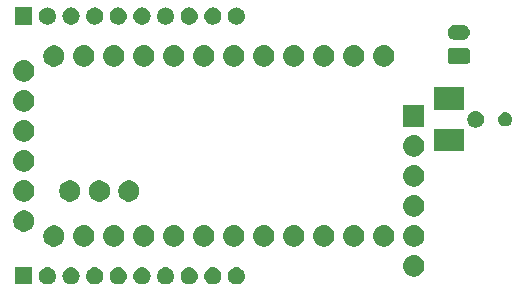
<source format=gbs>
G04 #@! TF.GenerationSoftware,KiCad,Pcbnew,(5.1.2)-1*
G04 #@! TF.CreationDate,2019-08-30T21:10:08+09:00*
G04 #@! TF.ProjectId,wii_controller,7769695f-636f-46e7-9472-6f6c6c65722e,rev?*
G04 #@! TF.SameCoordinates,PXdf378e0PY8bfaf60*
G04 #@! TF.FileFunction,Soldermask,Bot*
G04 #@! TF.FilePolarity,Negative*
%FSLAX46Y46*%
G04 Gerber Fmt 4.6, Leading zero omitted, Abs format (unit mm)*
G04 Created by KiCad (PCBNEW (5.1.2)-1) date 2019-08-30 21:10:08*
%MOMM*%
%LPD*%
G04 APERTURE LIST*
%ADD10C,0.100000*%
G04 APERTURE END LIST*
D10*
G36*
X18073295Y-10275421D02*
G01*
X18144403Y-10282424D01*
X18281254Y-10323938D01*
X18281257Y-10323939D01*
X18407376Y-10391351D01*
X18517925Y-10482076D01*
X18608650Y-10592625D01*
X18676062Y-10718744D01*
X18676063Y-10718747D01*
X18717577Y-10855598D01*
X18731594Y-10997919D01*
X18717577Y-11140240D01*
X18676063Y-11277091D01*
X18676062Y-11277094D01*
X18608650Y-11403213D01*
X18517925Y-11513762D01*
X18407376Y-11604487D01*
X18281257Y-11671899D01*
X18281254Y-11671900D01*
X18144403Y-11713414D01*
X18073295Y-11720417D01*
X18037742Y-11723919D01*
X17966422Y-11723919D01*
X17930869Y-11720417D01*
X17859761Y-11713414D01*
X17722910Y-11671900D01*
X17722907Y-11671899D01*
X17596788Y-11604487D01*
X17486239Y-11513762D01*
X17395514Y-11403213D01*
X17328102Y-11277094D01*
X17328101Y-11277091D01*
X17286587Y-11140240D01*
X17272570Y-10997919D01*
X17286587Y-10855598D01*
X17328101Y-10718747D01*
X17328102Y-10718744D01*
X17395514Y-10592625D01*
X17486239Y-10482076D01*
X17596788Y-10391351D01*
X17722907Y-10323939D01*
X17722910Y-10323938D01*
X17859761Y-10282424D01*
X17930869Y-10275421D01*
X17966422Y-10271919D01*
X18037742Y-10271919D01*
X18073295Y-10275421D01*
X18073295Y-10275421D01*
G37*
G36*
X728082Y-11723919D02*
G01*
X-723918Y-11723919D01*
X-723918Y-10271919D01*
X728082Y-10271919D01*
X728082Y-11723919D01*
X728082Y-11723919D01*
G37*
G36*
X2073295Y-10275421D02*
G01*
X2144403Y-10282424D01*
X2281254Y-10323938D01*
X2281257Y-10323939D01*
X2407376Y-10391351D01*
X2517925Y-10482076D01*
X2608650Y-10592625D01*
X2676062Y-10718744D01*
X2676063Y-10718747D01*
X2717577Y-10855598D01*
X2731594Y-10997919D01*
X2717577Y-11140240D01*
X2676063Y-11277091D01*
X2676062Y-11277094D01*
X2608650Y-11403213D01*
X2517925Y-11513762D01*
X2407376Y-11604487D01*
X2281257Y-11671899D01*
X2281254Y-11671900D01*
X2144403Y-11713414D01*
X2073295Y-11720417D01*
X2037742Y-11723919D01*
X1966422Y-11723919D01*
X1930869Y-11720417D01*
X1859761Y-11713414D01*
X1722910Y-11671900D01*
X1722907Y-11671899D01*
X1596788Y-11604487D01*
X1486239Y-11513762D01*
X1395514Y-11403213D01*
X1328102Y-11277094D01*
X1328101Y-11277091D01*
X1286587Y-11140240D01*
X1272570Y-10997919D01*
X1286587Y-10855598D01*
X1328101Y-10718747D01*
X1328102Y-10718744D01*
X1395514Y-10592625D01*
X1486239Y-10482076D01*
X1596788Y-10391351D01*
X1722907Y-10323939D01*
X1722910Y-10323938D01*
X1859761Y-10282424D01*
X1930869Y-10275421D01*
X1966422Y-10271919D01*
X2037742Y-10271919D01*
X2073295Y-10275421D01*
X2073295Y-10275421D01*
G37*
G36*
X4073295Y-10275421D02*
G01*
X4144403Y-10282424D01*
X4281254Y-10323938D01*
X4281257Y-10323939D01*
X4407376Y-10391351D01*
X4517925Y-10482076D01*
X4608650Y-10592625D01*
X4676062Y-10718744D01*
X4676063Y-10718747D01*
X4717577Y-10855598D01*
X4731594Y-10997919D01*
X4717577Y-11140240D01*
X4676063Y-11277091D01*
X4676062Y-11277094D01*
X4608650Y-11403213D01*
X4517925Y-11513762D01*
X4407376Y-11604487D01*
X4281257Y-11671899D01*
X4281254Y-11671900D01*
X4144403Y-11713414D01*
X4073295Y-11720417D01*
X4037742Y-11723919D01*
X3966422Y-11723919D01*
X3930869Y-11720417D01*
X3859761Y-11713414D01*
X3722910Y-11671900D01*
X3722907Y-11671899D01*
X3596788Y-11604487D01*
X3486239Y-11513762D01*
X3395514Y-11403213D01*
X3328102Y-11277094D01*
X3328101Y-11277091D01*
X3286587Y-11140240D01*
X3272570Y-10997919D01*
X3286587Y-10855598D01*
X3328101Y-10718747D01*
X3328102Y-10718744D01*
X3395514Y-10592625D01*
X3486239Y-10482076D01*
X3596788Y-10391351D01*
X3722907Y-10323939D01*
X3722910Y-10323938D01*
X3859761Y-10282424D01*
X3930869Y-10275421D01*
X3966422Y-10271919D01*
X4037742Y-10271919D01*
X4073295Y-10275421D01*
X4073295Y-10275421D01*
G37*
G36*
X6073295Y-10275421D02*
G01*
X6144403Y-10282424D01*
X6281254Y-10323938D01*
X6281257Y-10323939D01*
X6407376Y-10391351D01*
X6517925Y-10482076D01*
X6608650Y-10592625D01*
X6676062Y-10718744D01*
X6676063Y-10718747D01*
X6717577Y-10855598D01*
X6731594Y-10997919D01*
X6717577Y-11140240D01*
X6676063Y-11277091D01*
X6676062Y-11277094D01*
X6608650Y-11403213D01*
X6517925Y-11513762D01*
X6407376Y-11604487D01*
X6281257Y-11671899D01*
X6281254Y-11671900D01*
X6144403Y-11713414D01*
X6073295Y-11720417D01*
X6037742Y-11723919D01*
X5966422Y-11723919D01*
X5930869Y-11720417D01*
X5859761Y-11713414D01*
X5722910Y-11671900D01*
X5722907Y-11671899D01*
X5596788Y-11604487D01*
X5486239Y-11513762D01*
X5395514Y-11403213D01*
X5328102Y-11277094D01*
X5328101Y-11277091D01*
X5286587Y-11140240D01*
X5272570Y-10997919D01*
X5286587Y-10855598D01*
X5328101Y-10718747D01*
X5328102Y-10718744D01*
X5395514Y-10592625D01*
X5486239Y-10482076D01*
X5596788Y-10391351D01*
X5722907Y-10323939D01*
X5722910Y-10323938D01*
X5859761Y-10282424D01*
X5930869Y-10275421D01*
X5966422Y-10271919D01*
X6037742Y-10271919D01*
X6073295Y-10275421D01*
X6073295Y-10275421D01*
G37*
G36*
X8073295Y-10275421D02*
G01*
X8144403Y-10282424D01*
X8281254Y-10323938D01*
X8281257Y-10323939D01*
X8407376Y-10391351D01*
X8517925Y-10482076D01*
X8608650Y-10592625D01*
X8676062Y-10718744D01*
X8676063Y-10718747D01*
X8717577Y-10855598D01*
X8731594Y-10997919D01*
X8717577Y-11140240D01*
X8676063Y-11277091D01*
X8676062Y-11277094D01*
X8608650Y-11403213D01*
X8517925Y-11513762D01*
X8407376Y-11604487D01*
X8281257Y-11671899D01*
X8281254Y-11671900D01*
X8144403Y-11713414D01*
X8073295Y-11720417D01*
X8037742Y-11723919D01*
X7966422Y-11723919D01*
X7930869Y-11720417D01*
X7859761Y-11713414D01*
X7722910Y-11671900D01*
X7722907Y-11671899D01*
X7596788Y-11604487D01*
X7486239Y-11513762D01*
X7395514Y-11403213D01*
X7328102Y-11277094D01*
X7328101Y-11277091D01*
X7286587Y-11140240D01*
X7272570Y-10997919D01*
X7286587Y-10855598D01*
X7328101Y-10718747D01*
X7328102Y-10718744D01*
X7395514Y-10592625D01*
X7486239Y-10482076D01*
X7596788Y-10391351D01*
X7722907Y-10323939D01*
X7722910Y-10323938D01*
X7859761Y-10282424D01*
X7930869Y-10275421D01*
X7966422Y-10271919D01*
X8037742Y-10271919D01*
X8073295Y-10275421D01*
X8073295Y-10275421D01*
G37*
G36*
X12073295Y-10275421D02*
G01*
X12144403Y-10282424D01*
X12281254Y-10323938D01*
X12281257Y-10323939D01*
X12407376Y-10391351D01*
X12517925Y-10482076D01*
X12608650Y-10592625D01*
X12676062Y-10718744D01*
X12676063Y-10718747D01*
X12717577Y-10855598D01*
X12731594Y-10997919D01*
X12717577Y-11140240D01*
X12676063Y-11277091D01*
X12676062Y-11277094D01*
X12608650Y-11403213D01*
X12517925Y-11513762D01*
X12407376Y-11604487D01*
X12281257Y-11671899D01*
X12281254Y-11671900D01*
X12144403Y-11713414D01*
X12073295Y-11720417D01*
X12037742Y-11723919D01*
X11966422Y-11723919D01*
X11930869Y-11720417D01*
X11859761Y-11713414D01*
X11722910Y-11671900D01*
X11722907Y-11671899D01*
X11596788Y-11604487D01*
X11486239Y-11513762D01*
X11395514Y-11403213D01*
X11328102Y-11277094D01*
X11328101Y-11277091D01*
X11286587Y-11140240D01*
X11272570Y-10997919D01*
X11286587Y-10855598D01*
X11328101Y-10718747D01*
X11328102Y-10718744D01*
X11395514Y-10592625D01*
X11486239Y-10482076D01*
X11596788Y-10391351D01*
X11722907Y-10323939D01*
X11722910Y-10323938D01*
X11859761Y-10282424D01*
X11930869Y-10275421D01*
X11966422Y-10271919D01*
X12037742Y-10271919D01*
X12073295Y-10275421D01*
X12073295Y-10275421D01*
G37*
G36*
X14073295Y-10275421D02*
G01*
X14144403Y-10282424D01*
X14281254Y-10323938D01*
X14281257Y-10323939D01*
X14407376Y-10391351D01*
X14517925Y-10482076D01*
X14608650Y-10592625D01*
X14676062Y-10718744D01*
X14676063Y-10718747D01*
X14717577Y-10855598D01*
X14731594Y-10997919D01*
X14717577Y-11140240D01*
X14676063Y-11277091D01*
X14676062Y-11277094D01*
X14608650Y-11403213D01*
X14517925Y-11513762D01*
X14407376Y-11604487D01*
X14281257Y-11671899D01*
X14281254Y-11671900D01*
X14144403Y-11713414D01*
X14073295Y-11720417D01*
X14037742Y-11723919D01*
X13966422Y-11723919D01*
X13930869Y-11720417D01*
X13859761Y-11713414D01*
X13722910Y-11671900D01*
X13722907Y-11671899D01*
X13596788Y-11604487D01*
X13486239Y-11513762D01*
X13395514Y-11403213D01*
X13328102Y-11277094D01*
X13328101Y-11277091D01*
X13286587Y-11140240D01*
X13272570Y-10997919D01*
X13286587Y-10855598D01*
X13328101Y-10718747D01*
X13328102Y-10718744D01*
X13395514Y-10592625D01*
X13486239Y-10482076D01*
X13596788Y-10391351D01*
X13722907Y-10323939D01*
X13722910Y-10323938D01*
X13859761Y-10282424D01*
X13930869Y-10275421D01*
X13966422Y-10271919D01*
X14037742Y-10271919D01*
X14073295Y-10275421D01*
X14073295Y-10275421D01*
G37*
G36*
X16073295Y-10275421D02*
G01*
X16144403Y-10282424D01*
X16281254Y-10323938D01*
X16281257Y-10323939D01*
X16407376Y-10391351D01*
X16517925Y-10482076D01*
X16608650Y-10592625D01*
X16676062Y-10718744D01*
X16676063Y-10718747D01*
X16717577Y-10855598D01*
X16731594Y-10997919D01*
X16717577Y-11140240D01*
X16676063Y-11277091D01*
X16676062Y-11277094D01*
X16608650Y-11403213D01*
X16517925Y-11513762D01*
X16407376Y-11604487D01*
X16281257Y-11671899D01*
X16281254Y-11671900D01*
X16144403Y-11713414D01*
X16073295Y-11720417D01*
X16037742Y-11723919D01*
X15966422Y-11723919D01*
X15930869Y-11720417D01*
X15859761Y-11713414D01*
X15722910Y-11671900D01*
X15722907Y-11671899D01*
X15596788Y-11604487D01*
X15486239Y-11513762D01*
X15395514Y-11403213D01*
X15328102Y-11277094D01*
X15328101Y-11277091D01*
X15286587Y-11140240D01*
X15272570Y-10997919D01*
X15286587Y-10855598D01*
X15328101Y-10718747D01*
X15328102Y-10718744D01*
X15395514Y-10592625D01*
X15486239Y-10482076D01*
X15596788Y-10391351D01*
X15722907Y-10323939D01*
X15722910Y-10323938D01*
X15859761Y-10282424D01*
X15930869Y-10275421D01*
X15966422Y-10271919D01*
X16037742Y-10271919D01*
X16073295Y-10275421D01*
X16073295Y-10275421D01*
G37*
G36*
X10073295Y-10275421D02*
G01*
X10144403Y-10282424D01*
X10281254Y-10323938D01*
X10281257Y-10323939D01*
X10407376Y-10391351D01*
X10517925Y-10482076D01*
X10608650Y-10592625D01*
X10676062Y-10718744D01*
X10676063Y-10718747D01*
X10717577Y-10855598D01*
X10731594Y-10997919D01*
X10717577Y-11140240D01*
X10676063Y-11277091D01*
X10676062Y-11277094D01*
X10608650Y-11403213D01*
X10517925Y-11513762D01*
X10407376Y-11604487D01*
X10281257Y-11671899D01*
X10281254Y-11671900D01*
X10144403Y-11713414D01*
X10073295Y-11720417D01*
X10037742Y-11723919D01*
X9966422Y-11723919D01*
X9930869Y-11720417D01*
X9859761Y-11713414D01*
X9722910Y-11671900D01*
X9722907Y-11671899D01*
X9596788Y-11604487D01*
X9486239Y-11513762D01*
X9395514Y-11403213D01*
X9328102Y-11277094D01*
X9328101Y-11277091D01*
X9286587Y-11140240D01*
X9272570Y-10997919D01*
X9286587Y-10855598D01*
X9328101Y-10718747D01*
X9328102Y-10718744D01*
X9395514Y-10592625D01*
X9486239Y-10482076D01*
X9596788Y-10391351D01*
X9722907Y-10323939D01*
X9722910Y-10323938D01*
X9859761Y-10282424D01*
X9930869Y-10275421D01*
X9966422Y-10271919D01*
X10037742Y-10271919D01*
X10073295Y-10275421D01*
X10073295Y-10275421D01*
G37*
G36*
X33132524Y-9263436D02*
G01*
X33198709Y-9269955D01*
X33368548Y-9321475D01*
X33525073Y-9405140D01*
X33560811Y-9434470D01*
X33662268Y-9517732D01*
X33745530Y-9619189D01*
X33774860Y-9654927D01*
X33858525Y-9811452D01*
X33910045Y-9981291D01*
X33927441Y-10157918D01*
X33910045Y-10334545D01*
X33858525Y-10504384D01*
X33774860Y-10660909D01*
X33745530Y-10696647D01*
X33662268Y-10798104D01*
X33560811Y-10881366D01*
X33525073Y-10910696D01*
X33368548Y-10994361D01*
X33198709Y-11045881D01*
X33132525Y-11052399D01*
X33066342Y-11058918D01*
X32977822Y-11058918D01*
X32911639Y-11052399D01*
X32845455Y-11045881D01*
X32675616Y-10994361D01*
X32519091Y-10910696D01*
X32483353Y-10881366D01*
X32381896Y-10798104D01*
X32298634Y-10696647D01*
X32269304Y-10660909D01*
X32185639Y-10504384D01*
X32134119Y-10334545D01*
X32116723Y-10157918D01*
X32134119Y-9981291D01*
X32185639Y-9811452D01*
X32269304Y-9654927D01*
X32298634Y-9619189D01*
X32381896Y-9517732D01*
X32483353Y-9434470D01*
X32519091Y-9405140D01*
X32675616Y-9321475D01*
X32845455Y-9269955D01*
X32911640Y-9263436D01*
X32977822Y-9256918D01*
X33066342Y-9256918D01*
X33132524Y-9263436D01*
X33132524Y-9263436D01*
G37*
G36*
X22972524Y-6723438D02*
G01*
X23038708Y-6729956D01*
X23208547Y-6781476D01*
X23365072Y-6865141D01*
X23400810Y-6894471D01*
X23502267Y-6977733D01*
X23585529Y-7079190D01*
X23614859Y-7114928D01*
X23698524Y-7271453D01*
X23750044Y-7441292D01*
X23767440Y-7617919D01*
X23750044Y-7794546D01*
X23698524Y-7964385D01*
X23614859Y-8120910D01*
X23585529Y-8156648D01*
X23502267Y-8258105D01*
X23429561Y-8317772D01*
X23365072Y-8370697D01*
X23208547Y-8454362D01*
X23038708Y-8505882D01*
X22972523Y-8512401D01*
X22906341Y-8518919D01*
X22817821Y-8518919D01*
X22751639Y-8512401D01*
X22685454Y-8505882D01*
X22515615Y-8454362D01*
X22359090Y-8370697D01*
X22294601Y-8317772D01*
X22221895Y-8258105D01*
X22138633Y-8156648D01*
X22109303Y-8120910D01*
X22025638Y-7964385D01*
X21974118Y-7794546D01*
X21956722Y-7617919D01*
X21974118Y-7441292D01*
X22025638Y-7271453D01*
X22109303Y-7114928D01*
X22138633Y-7079190D01*
X22221895Y-6977733D01*
X22323352Y-6894471D01*
X22359090Y-6865141D01*
X22515615Y-6781476D01*
X22685454Y-6729956D01*
X22751638Y-6723438D01*
X22817821Y-6716919D01*
X22906341Y-6716919D01*
X22972524Y-6723438D01*
X22972524Y-6723438D01*
G37*
G36*
X30592524Y-6723438D02*
G01*
X30658708Y-6729956D01*
X30828547Y-6781476D01*
X30985072Y-6865141D01*
X31020810Y-6894471D01*
X31122267Y-6977733D01*
X31205529Y-7079190D01*
X31234859Y-7114928D01*
X31318524Y-7271453D01*
X31370044Y-7441292D01*
X31387440Y-7617919D01*
X31370044Y-7794546D01*
X31318524Y-7964385D01*
X31234859Y-8120910D01*
X31205529Y-8156648D01*
X31122267Y-8258105D01*
X31049561Y-8317772D01*
X30985072Y-8370697D01*
X30828547Y-8454362D01*
X30658708Y-8505882D01*
X30592523Y-8512401D01*
X30526341Y-8518919D01*
X30437821Y-8518919D01*
X30371639Y-8512401D01*
X30305454Y-8505882D01*
X30135615Y-8454362D01*
X29979090Y-8370697D01*
X29914601Y-8317772D01*
X29841895Y-8258105D01*
X29758633Y-8156648D01*
X29729303Y-8120910D01*
X29645638Y-7964385D01*
X29594118Y-7794546D01*
X29576722Y-7617919D01*
X29594118Y-7441292D01*
X29645638Y-7271453D01*
X29729303Y-7114928D01*
X29758633Y-7079190D01*
X29841895Y-6977733D01*
X29943352Y-6894471D01*
X29979090Y-6865141D01*
X30135615Y-6781476D01*
X30305454Y-6729956D01*
X30371638Y-6723438D01*
X30437821Y-6716919D01*
X30526341Y-6716919D01*
X30592524Y-6723438D01*
X30592524Y-6723438D01*
G37*
G36*
X28052524Y-6723438D02*
G01*
X28118708Y-6729956D01*
X28288547Y-6781476D01*
X28445072Y-6865141D01*
X28480810Y-6894471D01*
X28582267Y-6977733D01*
X28665529Y-7079190D01*
X28694859Y-7114928D01*
X28778524Y-7271453D01*
X28830044Y-7441292D01*
X28847440Y-7617919D01*
X28830044Y-7794546D01*
X28778524Y-7964385D01*
X28694859Y-8120910D01*
X28665529Y-8156648D01*
X28582267Y-8258105D01*
X28509561Y-8317772D01*
X28445072Y-8370697D01*
X28288547Y-8454362D01*
X28118708Y-8505882D01*
X28052523Y-8512401D01*
X27986341Y-8518919D01*
X27897821Y-8518919D01*
X27831639Y-8512401D01*
X27765454Y-8505882D01*
X27595615Y-8454362D01*
X27439090Y-8370697D01*
X27374601Y-8317772D01*
X27301895Y-8258105D01*
X27218633Y-8156648D01*
X27189303Y-8120910D01*
X27105638Y-7964385D01*
X27054118Y-7794546D01*
X27036722Y-7617919D01*
X27054118Y-7441292D01*
X27105638Y-7271453D01*
X27189303Y-7114928D01*
X27218633Y-7079190D01*
X27301895Y-6977733D01*
X27403352Y-6894471D01*
X27439090Y-6865141D01*
X27595615Y-6781476D01*
X27765454Y-6729956D01*
X27831638Y-6723438D01*
X27897821Y-6716919D01*
X27986341Y-6716919D01*
X28052524Y-6723438D01*
X28052524Y-6723438D01*
G37*
G36*
X25512524Y-6723438D02*
G01*
X25578708Y-6729956D01*
X25748547Y-6781476D01*
X25905072Y-6865141D01*
X25940810Y-6894471D01*
X26042267Y-6977733D01*
X26125529Y-7079190D01*
X26154859Y-7114928D01*
X26238524Y-7271453D01*
X26290044Y-7441292D01*
X26307440Y-7617919D01*
X26290044Y-7794546D01*
X26238524Y-7964385D01*
X26154859Y-8120910D01*
X26125529Y-8156648D01*
X26042267Y-8258105D01*
X25969561Y-8317772D01*
X25905072Y-8370697D01*
X25748547Y-8454362D01*
X25578708Y-8505882D01*
X25512523Y-8512401D01*
X25446341Y-8518919D01*
X25357821Y-8518919D01*
X25291639Y-8512401D01*
X25225454Y-8505882D01*
X25055615Y-8454362D01*
X24899090Y-8370697D01*
X24834601Y-8317772D01*
X24761895Y-8258105D01*
X24678633Y-8156648D01*
X24649303Y-8120910D01*
X24565638Y-7964385D01*
X24514118Y-7794546D01*
X24496722Y-7617919D01*
X24514118Y-7441292D01*
X24565638Y-7271453D01*
X24649303Y-7114928D01*
X24678633Y-7079190D01*
X24761895Y-6977733D01*
X24863352Y-6894471D01*
X24899090Y-6865141D01*
X25055615Y-6781476D01*
X25225454Y-6729956D01*
X25291638Y-6723438D01*
X25357821Y-6716919D01*
X25446341Y-6716919D01*
X25512524Y-6723438D01*
X25512524Y-6723438D01*
G37*
G36*
X20432524Y-6723438D02*
G01*
X20498708Y-6729956D01*
X20668547Y-6781476D01*
X20825072Y-6865141D01*
X20860810Y-6894471D01*
X20962267Y-6977733D01*
X21045529Y-7079190D01*
X21074859Y-7114928D01*
X21158524Y-7271453D01*
X21210044Y-7441292D01*
X21227440Y-7617919D01*
X21210044Y-7794546D01*
X21158524Y-7964385D01*
X21074859Y-8120910D01*
X21045529Y-8156648D01*
X20962267Y-8258105D01*
X20889561Y-8317772D01*
X20825072Y-8370697D01*
X20668547Y-8454362D01*
X20498708Y-8505882D01*
X20432523Y-8512401D01*
X20366341Y-8518919D01*
X20277821Y-8518919D01*
X20211639Y-8512401D01*
X20145454Y-8505882D01*
X19975615Y-8454362D01*
X19819090Y-8370697D01*
X19754601Y-8317772D01*
X19681895Y-8258105D01*
X19598633Y-8156648D01*
X19569303Y-8120910D01*
X19485638Y-7964385D01*
X19434118Y-7794546D01*
X19416722Y-7617919D01*
X19434118Y-7441292D01*
X19485638Y-7271453D01*
X19569303Y-7114928D01*
X19598633Y-7079190D01*
X19681895Y-6977733D01*
X19783352Y-6894471D01*
X19819090Y-6865141D01*
X19975615Y-6781476D01*
X20145454Y-6729956D01*
X20211638Y-6723438D01*
X20277821Y-6716919D01*
X20366341Y-6716919D01*
X20432524Y-6723438D01*
X20432524Y-6723438D01*
G37*
G36*
X17892524Y-6723438D02*
G01*
X17958708Y-6729956D01*
X18128547Y-6781476D01*
X18285072Y-6865141D01*
X18320810Y-6894471D01*
X18422267Y-6977733D01*
X18505529Y-7079190D01*
X18534859Y-7114928D01*
X18618524Y-7271453D01*
X18670044Y-7441292D01*
X18687440Y-7617919D01*
X18670044Y-7794546D01*
X18618524Y-7964385D01*
X18534859Y-8120910D01*
X18505529Y-8156648D01*
X18422267Y-8258105D01*
X18349561Y-8317772D01*
X18285072Y-8370697D01*
X18128547Y-8454362D01*
X17958708Y-8505882D01*
X17892523Y-8512401D01*
X17826341Y-8518919D01*
X17737821Y-8518919D01*
X17671639Y-8512401D01*
X17605454Y-8505882D01*
X17435615Y-8454362D01*
X17279090Y-8370697D01*
X17214601Y-8317772D01*
X17141895Y-8258105D01*
X17058633Y-8156648D01*
X17029303Y-8120910D01*
X16945638Y-7964385D01*
X16894118Y-7794546D01*
X16876722Y-7617919D01*
X16894118Y-7441292D01*
X16945638Y-7271453D01*
X17029303Y-7114928D01*
X17058633Y-7079190D01*
X17141895Y-6977733D01*
X17243352Y-6894471D01*
X17279090Y-6865141D01*
X17435615Y-6781476D01*
X17605454Y-6729956D01*
X17671638Y-6723438D01*
X17737821Y-6716919D01*
X17826341Y-6716919D01*
X17892524Y-6723438D01*
X17892524Y-6723438D01*
G37*
G36*
X15352524Y-6723438D02*
G01*
X15418708Y-6729956D01*
X15588547Y-6781476D01*
X15745072Y-6865141D01*
X15780810Y-6894471D01*
X15882267Y-6977733D01*
X15965529Y-7079190D01*
X15994859Y-7114928D01*
X16078524Y-7271453D01*
X16130044Y-7441292D01*
X16147440Y-7617919D01*
X16130044Y-7794546D01*
X16078524Y-7964385D01*
X15994859Y-8120910D01*
X15965529Y-8156648D01*
X15882267Y-8258105D01*
X15809561Y-8317772D01*
X15745072Y-8370697D01*
X15588547Y-8454362D01*
X15418708Y-8505882D01*
X15352523Y-8512401D01*
X15286341Y-8518919D01*
X15197821Y-8518919D01*
X15131639Y-8512401D01*
X15065454Y-8505882D01*
X14895615Y-8454362D01*
X14739090Y-8370697D01*
X14674601Y-8317772D01*
X14601895Y-8258105D01*
X14518633Y-8156648D01*
X14489303Y-8120910D01*
X14405638Y-7964385D01*
X14354118Y-7794546D01*
X14336722Y-7617919D01*
X14354118Y-7441292D01*
X14405638Y-7271453D01*
X14489303Y-7114928D01*
X14518633Y-7079190D01*
X14601895Y-6977733D01*
X14703352Y-6894471D01*
X14739090Y-6865141D01*
X14895615Y-6781476D01*
X15065454Y-6729956D01*
X15131638Y-6723438D01*
X15197821Y-6716919D01*
X15286341Y-6716919D01*
X15352524Y-6723438D01*
X15352524Y-6723438D01*
G37*
G36*
X12812524Y-6723438D02*
G01*
X12878708Y-6729956D01*
X13048547Y-6781476D01*
X13205072Y-6865141D01*
X13240810Y-6894471D01*
X13342267Y-6977733D01*
X13425529Y-7079190D01*
X13454859Y-7114928D01*
X13538524Y-7271453D01*
X13590044Y-7441292D01*
X13607440Y-7617919D01*
X13590044Y-7794546D01*
X13538524Y-7964385D01*
X13454859Y-8120910D01*
X13425529Y-8156648D01*
X13342267Y-8258105D01*
X13269561Y-8317772D01*
X13205072Y-8370697D01*
X13048547Y-8454362D01*
X12878708Y-8505882D01*
X12812523Y-8512401D01*
X12746341Y-8518919D01*
X12657821Y-8518919D01*
X12591639Y-8512401D01*
X12525454Y-8505882D01*
X12355615Y-8454362D01*
X12199090Y-8370697D01*
X12134601Y-8317772D01*
X12061895Y-8258105D01*
X11978633Y-8156648D01*
X11949303Y-8120910D01*
X11865638Y-7964385D01*
X11814118Y-7794546D01*
X11796722Y-7617919D01*
X11814118Y-7441292D01*
X11865638Y-7271453D01*
X11949303Y-7114928D01*
X11978633Y-7079190D01*
X12061895Y-6977733D01*
X12163352Y-6894471D01*
X12199090Y-6865141D01*
X12355615Y-6781476D01*
X12525454Y-6729956D01*
X12591638Y-6723438D01*
X12657821Y-6716919D01*
X12746341Y-6716919D01*
X12812524Y-6723438D01*
X12812524Y-6723438D01*
G37*
G36*
X10272524Y-6723438D02*
G01*
X10338708Y-6729956D01*
X10508547Y-6781476D01*
X10665072Y-6865141D01*
X10700810Y-6894471D01*
X10802267Y-6977733D01*
X10885529Y-7079190D01*
X10914859Y-7114928D01*
X10998524Y-7271453D01*
X11050044Y-7441292D01*
X11067440Y-7617919D01*
X11050044Y-7794546D01*
X10998524Y-7964385D01*
X10914859Y-8120910D01*
X10885529Y-8156648D01*
X10802267Y-8258105D01*
X10729561Y-8317772D01*
X10665072Y-8370697D01*
X10508547Y-8454362D01*
X10338708Y-8505882D01*
X10272523Y-8512401D01*
X10206341Y-8518919D01*
X10117821Y-8518919D01*
X10051639Y-8512401D01*
X9985454Y-8505882D01*
X9815615Y-8454362D01*
X9659090Y-8370697D01*
X9594601Y-8317772D01*
X9521895Y-8258105D01*
X9438633Y-8156648D01*
X9409303Y-8120910D01*
X9325638Y-7964385D01*
X9274118Y-7794546D01*
X9256722Y-7617919D01*
X9274118Y-7441292D01*
X9325638Y-7271453D01*
X9409303Y-7114928D01*
X9438633Y-7079190D01*
X9521895Y-6977733D01*
X9623352Y-6894471D01*
X9659090Y-6865141D01*
X9815615Y-6781476D01*
X9985454Y-6729956D01*
X10051638Y-6723438D01*
X10117821Y-6716919D01*
X10206341Y-6716919D01*
X10272524Y-6723438D01*
X10272524Y-6723438D01*
G37*
G36*
X7732524Y-6723438D02*
G01*
X7798708Y-6729956D01*
X7968547Y-6781476D01*
X8125072Y-6865141D01*
X8160810Y-6894471D01*
X8262267Y-6977733D01*
X8345529Y-7079190D01*
X8374859Y-7114928D01*
X8458524Y-7271453D01*
X8510044Y-7441292D01*
X8527440Y-7617919D01*
X8510044Y-7794546D01*
X8458524Y-7964385D01*
X8374859Y-8120910D01*
X8345529Y-8156648D01*
X8262267Y-8258105D01*
X8189561Y-8317772D01*
X8125072Y-8370697D01*
X7968547Y-8454362D01*
X7798708Y-8505882D01*
X7732523Y-8512401D01*
X7666341Y-8518919D01*
X7577821Y-8518919D01*
X7511639Y-8512401D01*
X7445454Y-8505882D01*
X7275615Y-8454362D01*
X7119090Y-8370697D01*
X7054601Y-8317772D01*
X6981895Y-8258105D01*
X6898633Y-8156648D01*
X6869303Y-8120910D01*
X6785638Y-7964385D01*
X6734118Y-7794546D01*
X6716722Y-7617919D01*
X6734118Y-7441292D01*
X6785638Y-7271453D01*
X6869303Y-7114928D01*
X6898633Y-7079190D01*
X6981895Y-6977733D01*
X7083352Y-6894471D01*
X7119090Y-6865141D01*
X7275615Y-6781476D01*
X7445454Y-6729956D01*
X7511638Y-6723438D01*
X7577821Y-6716919D01*
X7666341Y-6716919D01*
X7732524Y-6723438D01*
X7732524Y-6723438D01*
G37*
G36*
X5192524Y-6723438D02*
G01*
X5258708Y-6729956D01*
X5428547Y-6781476D01*
X5585072Y-6865141D01*
X5620810Y-6894471D01*
X5722267Y-6977733D01*
X5805529Y-7079190D01*
X5834859Y-7114928D01*
X5918524Y-7271453D01*
X5970044Y-7441292D01*
X5987440Y-7617919D01*
X5970044Y-7794546D01*
X5918524Y-7964385D01*
X5834859Y-8120910D01*
X5805529Y-8156648D01*
X5722267Y-8258105D01*
X5649561Y-8317772D01*
X5585072Y-8370697D01*
X5428547Y-8454362D01*
X5258708Y-8505882D01*
X5192523Y-8512401D01*
X5126341Y-8518919D01*
X5037821Y-8518919D01*
X4971639Y-8512401D01*
X4905454Y-8505882D01*
X4735615Y-8454362D01*
X4579090Y-8370697D01*
X4514601Y-8317772D01*
X4441895Y-8258105D01*
X4358633Y-8156648D01*
X4329303Y-8120910D01*
X4245638Y-7964385D01*
X4194118Y-7794546D01*
X4176722Y-7617919D01*
X4194118Y-7441292D01*
X4245638Y-7271453D01*
X4329303Y-7114928D01*
X4358633Y-7079190D01*
X4441895Y-6977733D01*
X4543352Y-6894471D01*
X4579090Y-6865141D01*
X4735615Y-6781476D01*
X4905454Y-6729956D01*
X4971638Y-6723438D01*
X5037821Y-6716919D01*
X5126341Y-6716919D01*
X5192524Y-6723438D01*
X5192524Y-6723438D01*
G37*
G36*
X2655593Y-6721846D02*
G01*
X2804893Y-6751543D01*
X2968865Y-6819463D01*
X3116435Y-6918066D01*
X3241934Y-7043565D01*
X3340537Y-7191135D01*
X3408457Y-7355107D01*
X3443081Y-7529178D01*
X3443081Y-7706660D01*
X3408457Y-7880731D01*
X3340537Y-8044703D01*
X3241934Y-8192273D01*
X3116435Y-8317772D01*
X2968865Y-8416375D01*
X2804893Y-8484295D01*
X2655593Y-8513992D01*
X2630823Y-8518919D01*
X2453339Y-8518919D01*
X2428569Y-8513992D01*
X2279269Y-8484295D01*
X2115297Y-8416375D01*
X1967727Y-8317772D01*
X1842228Y-8192273D01*
X1743625Y-8044703D01*
X1675705Y-7880731D01*
X1641081Y-7706660D01*
X1641081Y-7529178D01*
X1675705Y-7355107D01*
X1743625Y-7191135D01*
X1842228Y-7043565D01*
X1967727Y-6918066D01*
X2115297Y-6819463D01*
X2279269Y-6751543D01*
X2428569Y-6721846D01*
X2453339Y-6716919D01*
X2630823Y-6716919D01*
X2655593Y-6721846D01*
X2655593Y-6721846D01*
G37*
G36*
X33132524Y-6723436D02*
G01*
X33198709Y-6729955D01*
X33368548Y-6781475D01*
X33525073Y-6865140D01*
X33560811Y-6894470D01*
X33662268Y-6977732D01*
X33745530Y-7079189D01*
X33774860Y-7114927D01*
X33858525Y-7271452D01*
X33910045Y-7441291D01*
X33927441Y-7617918D01*
X33910045Y-7794545D01*
X33858525Y-7964384D01*
X33774860Y-8120909D01*
X33774859Y-8120910D01*
X33662268Y-8258104D01*
X33589562Y-8317771D01*
X33525073Y-8370696D01*
X33368548Y-8454361D01*
X33198709Y-8505881D01*
X33132525Y-8512399D01*
X33066342Y-8518918D01*
X32977822Y-8518918D01*
X32911639Y-8512399D01*
X32845455Y-8505881D01*
X32675616Y-8454361D01*
X32519091Y-8370696D01*
X32454602Y-8317771D01*
X32381896Y-8258104D01*
X32269305Y-8120910D01*
X32269304Y-8120909D01*
X32185639Y-7964384D01*
X32134119Y-7794545D01*
X32116723Y-7617918D01*
X32134119Y-7441291D01*
X32185639Y-7271452D01*
X32269304Y-7114927D01*
X32298634Y-7079189D01*
X32381896Y-6977732D01*
X32483353Y-6894470D01*
X32519091Y-6865140D01*
X32675616Y-6781475D01*
X32845455Y-6729955D01*
X32911640Y-6723436D01*
X32977822Y-6716918D01*
X33066342Y-6716918D01*
X33132524Y-6723436D01*
X33132524Y-6723436D01*
G37*
G36*
X115594Y-5451845D02*
G01*
X264894Y-5481542D01*
X428866Y-5549462D01*
X576436Y-5648065D01*
X701935Y-5773564D01*
X800538Y-5921134D01*
X868458Y-6085106D01*
X903082Y-6259177D01*
X903082Y-6436659D01*
X868458Y-6610730D01*
X800538Y-6774702D01*
X701935Y-6922272D01*
X576436Y-7047771D01*
X428866Y-7146374D01*
X264894Y-7214294D01*
X115594Y-7243991D01*
X90824Y-7248918D01*
X-86660Y-7248918D01*
X-111430Y-7243991D01*
X-260730Y-7214294D01*
X-424702Y-7146374D01*
X-572272Y-7047771D01*
X-697771Y-6922272D01*
X-796374Y-6774702D01*
X-864294Y-6610730D01*
X-898918Y-6436659D01*
X-898918Y-6259177D01*
X-864294Y-6085106D01*
X-796374Y-5921134D01*
X-697771Y-5773564D01*
X-572272Y-5648065D01*
X-424702Y-5549462D01*
X-260730Y-5481542D01*
X-111430Y-5451845D01*
X-86660Y-5446918D01*
X90824Y-5446918D01*
X115594Y-5451845D01*
X115594Y-5451845D01*
G37*
G36*
X33132524Y-4183436D02*
G01*
X33198709Y-4189955D01*
X33368548Y-4241475D01*
X33525073Y-4325140D01*
X33560811Y-4354470D01*
X33662268Y-4437732D01*
X33745530Y-4539189D01*
X33774860Y-4574927D01*
X33858525Y-4731452D01*
X33910045Y-4901291D01*
X33927441Y-5077918D01*
X33910045Y-5254545D01*
X33858525Y-5424384D01*
X33774860Y-5580909D01*
X33745530Y-5616647D01*
X33662268Y-5718104D01*
X33560811Y-5801366D01*
X33525073Y-5830696D01*
X33368548Y-5914361D01*
X33198709Y-5965881D01*
X33132524Y-5972400D01*
X33066342Y-5978918D01*
X32977822Y-5978918D01*
X32911640Y-5972400D01*
X32845455Y-5965881D01*
X32675616Y-5914361D01*
X32519091Y-5830696D01*
X32483353Y-5801366D01*
X32381896Y-5718104D01*
X32298634Y-5616647D01*
X32269304Y-5580909D01*
X32185639Y-5424384D01*
X32134119Y-5254545D01*
X32116723Y-5077918D01*
X32134119Y-4901291D01*
X32185639Y-4731452D01*
X32269304Y-4574927D01*
X32298634Y-4539189D01*
X32381896Y-4437732D01*
X32483353Y-4354470D01*
X32519091Y-4325140D01*
X32675616Y-4241475D01*
X32845455Y-4189955D01*
X32911640Y-4183436D01*
X32977822Y-4176918D01*
X33066342Y-4176918D01*
X33132524Y-4183436D01*
X33132524Y-4183436D01*
G37*
G36*
X4005593Y-2911845D02*
G01*
X4154893Y-2941542D01*
X4318865Y-3009462D01*
X4466435Y-3108065D01*
X4591934Y-3233564D01*
X4690537Y-3381134D01*
X4758457Y-3545106D01*
X4793081Y-3719177D01*
X4793081Y-3896659D01*
X4758457Y-4070730D01*
X4690537Y-4234702D01*
X4591934Y-4382272D01*
X4466435Y-4507771D01*
X4318865Y-4606374D01*
X4154893Y-4674294D01*
X4005593Y-4703991D01*
X3980823Y-4708918D01*
X3803339Y-4708918D01*
X3778569Y-4703991D01*
X3629269Y-4674294D01*
X3465297Y-4606374D01*
X3317727Y-4507771D01*
X3192228Y-4382272D01*
X3093625Y-4234702D01*
X3025705Y-4070730D01*
X2991081Y-3896659D01*
X2991081Y-3719177D01*
X3025705Y-3545106D01*
X3093625Y-3381134D01*
X3192228Y-3233564D01*
X3317727Y-3108065D01*
X3465297Y-3009462D01*
X3629269Y-2941542D01*
X3778569Y-2911845D01*
X3803339Y-2906918D01*
X3980823Y-2906918D01*
X4005593Y-2911845D01*
X4005593Y-2911845D01*
G37*
G36*
X6505593Y-2911845D02*
G01*
X6654893Y-2941542D01*
X6818865Y-3009462D01*
X6966435Y-3108065D01*
X7091934Y-3233564D01*
X7190537Y-3381134D01*
X7258457Y-3545106D01*
X7293081Y-3719177D01*
X7293081Y-3896659D01*
X7258457Y-4070730D01*
X7190537Y-4234702D01*
X7091934Y-4382272D01*
X6966435Y-4507771D01*
X6818865Y-4606374D01*
X6654893Y-4674294D01*
X6505593Y-4703991D01*
X6480823Y-4708918D01*
X6303339Y-4708918D01*
X6278569Y-4703991D01*
X6129269Y-4674294D01*
X5965297Y-4606374D01*
X5817727Y-4507771D01*
X5692228Y-4382272D01*
X5593625Y-4234702D01*
X5525705Y-4070730D01*
X5491081Y-3896659D01*
X5491081Y-3719177D01*
X5525705Y-3545106D01*
X5593625Y-3381134D01*
X5692228Y-3233564D01*
X5817727Y-3108065D01*
X5965297Y-3009462D01*
X6129269Y-2941542D01*
X6278569Y-2911845D01*
X6303339Y-2906918D01*
X6480823Y-2906918D01*
X6505593Y-2911845D01*
X6505593Y-2911845D01*
G37*
G36*
X112525Y-2913437D02*
G01*
X178709Y-2919955D01*
X348548Y-2971475D01*
X505073Y-3055140D01*
X540811Y-3084470D01*
X642268Y-3167732D01*
X725530Y-3269189D01*
X754860Y-3304927D01*
X838525Y-3461452D01*
X890045Y-3631291D01*
X907441Y-3807918D01*
X890045Y-3984545D01*
X838525Y-4154384D01*
X754860Y-4310909D01*
X725530Y-4346647D01*
X642268Y-4448104D01*
X569562Y-4507771D01*
X505073Y-4560696D01*
X348548Y-4644361D01*
X178709Y-4695881D01*
X112524Y-4702400D01*
X46342Y-4708918D01*
X-42178Y-4708918D01*
X-108360Y-4702400D01*
X-174545Y-4695881D01*
X-344384Y-4644361D01*
X-500909Y-4560696D01*
X-565398Y-4507771D01*
X-638104Y-4448104D01*
X-721366Y-4346647D01*
X-750696Y-4310909D01*
X-834361Y-4154384D01*
X-885881Y-3984545D01*
X-903277Y-3807918D01*
X-885881Y-3631291D01*
X-834361Y-3461452D01*
X-750696Y-3304927D01*
X-721366Y-3269189D01*
X-638104Y-3167732D01*
X-536647Y-3084470D01*
X-500909Y-3055140D01*
X-344384Y-2971475D01*
X-174545Y-2919955D01*
X-108361Y-2913437D01*
X-42178Y-2906918D01*
X46342Y-2906918D01*
X112525Y-2913437D01*
X112525Y-2913437D01*
G37*
G36*
X9005593Y-2911845D02*
G01*
X9154893Y-2941542D01*
X9318865Y-3009462D01*
X9466435Y-3108065D01*
X9591934Y-3233564D01*
X9690537Y-3381134D01*
X9758457Y-3545106D01*
X9793081Y-3719177D01*
X9793081Y-3896659D01*
X9758457Y-4070730D01*
X9690537Y-4234702D01*
X9591934Y-4382272D01*
X9466435Y-4507771D01*
X9318865Y-4606374D01*
X9154893Y-4674294D01*
X9005593Y-4703991D01*
X8980823Y-4708918D01*
X8803339Y-4708918D01*
X8778569Y-4703991D01*
X8629269Y-4674294D01*
X8465297Y-4606374D01*
X8317727Y-4507771D01*
X8192228Y-4382272D01*
X8093625Y-4234702D01*
X8025705Y-4070730D01*
X7991081Y-3896659D01*
X7991081Y-3719177D01*
X8025705Y-3545106D01*
X8093625Y-3381134D01*
X8192228Y-3233564D01*
X8317727Y-3108065D01*
X8465297Y-3009462D01*
X8629269Y-2941542D01*
X8778569Y-2911845D01*
X8803339Y-2906918D01*
X8980823Y-2906918D01*
X9005593Y-2911845D01*
X9005593Y-2911845D01*
G37*
G36*
X33132525Y-1643437D02*
G01*
X33198709Y-1649955D01*
X33368548Y-1701475D01*
X33525073Y-1785140D01*
X33560811Y-1814470D01*
X33662268Y-1897732D01*
X33745530Y-1999189D01*
X33774860Y-2034927D01*
X33858525Y-2191452D01*
X33910045Y-2361291D01*
X33927441Y-2537918D01*
X33910045Y-2714545D01*
X33858525Y-2884384D01*
X33774860Y-3040909D01*
X33745530Y-3076647D01*
X33662268Y-3178104D01*
X33560811Y-3261366D01*
X33525073Y-3290696D01*
X33368548Y-3374361D01*
X33198709Y-3425881D01*
X33132524Y-3432400D01*
X33066342Y-3438918D01*
X32977822Y-3438918D01*
X32911640Y-3432400D01*
X32845455Y-3425881D01*
X32675616Y-3374361D01*
X32519091Y-3290696D01*
X32483353Y-3261366D01*
X32381896Y-3178104D01*
X32298634Y-3076647D01*
X32269304Y-3040909D01*
X32185639Y-2884384D01*
X32134119Y-2714545D01*
X32116723Y-2537918D01*
X32134119Y-2361291D01*
X32185639Y-2191452D01*
X32269304Y-2034927D01*
X32298634Y-1999189D01*
X32381896Y-1897732D01*
X32483353Y-1814470D01*
X32519091Y-1785140D01*
X32675616Y-1701475D01*
X32845455Y-1649955D01*
X32911639Y-1643437D01*
X32977822Y-1636918D01*
X33066342Y-1636918D01*
X33132525Y-1643437D01*
X33132525Y-1643437D01*
G37*
G36*
X112524Y-373436D02*
G01*
X178709Y-379955D01*
X348548Y-431475D01*
X505073Y-515140D01*
X540811Y-544470D01*
X642268Y-627732D01*
X725530Y-729189D01*
X754860Y-764927D01*
X838525Y-921452D01*
X890045Y-1091291D01*
X907441Y-1267918D01*
X890045Y-1444545D01*
X838525Y-1614384D01*
X754860Y-1770909D01*
X725530Y-1806647D01*
X642268Y-1908104D01*
X540811Y-1991366D01*
X505073Y-2020696D01*
X348548Y-2104361D01*
X178709Y-2155881D01*
X112525Y-2162399D01*
X46342Y-2168918D01*
X-42178Y-2168918D01*
X-108361Y-2162399D01*
X-174545Y-2155881D01*
X-344384Y-2104361D01*
X-500909Y-2020696D01*
X-536647Y-1991366D01*
X-638104Y-1908104D01*
X-721366Y-1806647D01*
X-750696Y-1770909D01*
X-834361Y-1614384D01*
X-885881Y-1444545D01*
X-903277Y-1267918D01*
X-885881Y-1091291D01*
X-834361Y-921452D01*
X-750696Y-764927D01*
X-721366Y-729189D01*
X-638104Y-627732D01*
X-536647Y-544470D01*
X-500909Y-515140D01*
X-344384Y-431475D01*
X-174545Y-379955D01*
X-108360Y-373436D01*
X-42178Y-366918D01*
X46342Y-366918D01*
X112524Y-373436D01*
X112524Y-373436D01*
G37*
G36*
X33132524Y896564D02*
G01*
X33198709Y890045D01*
X33368548Y838525D01*
X33525073Y754860D01*
X33560811Y725530D01*
X33662268Y642268D01*
X33745530Y540811D01*
X33774860Y505073D01*
X33858525Y348548D01*
X33910045Y178709D01*
X33927441Y2082D01*
X33910045Y-174545D01*
X33858525Y-344384D01*
X33774860Y-500909D01*
X33745530Y-536647D01*
X33662268Y-638104D01*
X33560811Y-721366D01*
X33525073Y-750696D01*
X33368548Y-834361D01*
X33198709Y-885881D01*
X33132524Y-892400D01*
X33066342Y-898918D01*
X32977822Y-898918D01*
X32911640Y-892400D01*
X32845455Y-885881D01*
X32675616Y-834361D01*
X32519091Y-750696D01*
X32483353Y-721366D01*
X32381896Y-638104D01*
X32298634Y-536647D01*
X32269304Y-500909D01*
X32185639Y-344384D01*
X32134119Y-174545D01*
X32116723Y2082D01*
X32134119Y178709D01*
X32185639Y348548D01*
X32269304Y505073D01*
X32298634Y540811D01*
X32381896Y642268D01*
X32483353Y725530D01*
X32519091Y754860D01*
X32675616Y838525D01*
X32845455Y890045D01*
X32911640Y896564D01*
X32977822Y903082D01*
X33066342Y903082D01*
X33132524Y896564D01*
X33132524Y896564D01*
G37*
G36*
X37301000Y-451000D02*
G01*
X34699000Y-451000D01*
X34699000Y1451000D01*
X37301000Y1451000D01*
X37301000Y-451000D01*
X37301000Y-451000D01*
G37*
G36*
X112524Y2166564D02*
G01*
X178709Y2160045D01*
X348548Y2108525D01*
X505073Y2024860D01*
X540811Y1995530D01*
X642268Y1912268D01*
X725530Y1810811D01*
X754860Y1775073D01*
X838525Y1618548D01*
X890045Y1448709D01*
X907441Y1272082D01*
X890045Y1095455D01*
X838525Y925616D01*
X754860Y769091D01*
X725530Y733353D01*
X642268Y631896D01*
X540811Y548634D01*
X505073Y519304D01*
X348548Y435639D01*
X178709Y384119D01*
X112525Y377601D01*
X46342Y371082D01*
X-42178Y371082D01*
X-108361Y377601D01*
X-174545Y384119D01*
X-344384Y435639D01*
X-500909Y519304D01*
X-536647Y548634D01*
X-638104Y631896D01*
X-721366Y733353D01*
X-750696Y769091D01*
X-834361Y925616D01*
X-885881Y1095455D01*
X-903277Y1272082D01*
X-885881Y1448709D01*
X-834361Y1618548D01*
X-750696Y1775073D01*
X-721366Y1810811D01*
X-638104Y1912268D01*
X-536647Y1995530D01*
X-500909Y2024860D01*
X-344384Y2108525D01*
X-174545Y2160045D01*
X-108360Y2166564D01*
X-42178Y2173082D01*
X46342Y2173082D01*
X112524Y2166564D01*
X112524Y2166564D01*
G37*
G36*
X38454473Y2924062D02*
G01*
X38582049Y2871218D01*
X38696859Y2794505D01*
X38794505Y2696859D01*
X38871218Y2582049D01*
X38924062Y2454473D01*
X38951000Y2319044D01*
X38951000Y2180956D01*
X38924062Y2045527D01*
X38871218Y1917951D01*
X38794505Y1803141D01*
X38696859Y1705495D01*
X38582049Y1628782D01*
X38454473Y1575938D01*
X38319044Y1549000D01*
X38180956Y1549000D01*
X38045527Y1575938D01*
X37917951Y1628782D01*
X37803141Y1705495D01*
X37705495Y1803141D01*
X37628782Y1917951D01*
X37575938Y2045527D01*
X37549000Y2180956D01*
X37549000Y2319044D01*
X37575938Y2454473D01*
X37628782Y2582049D01*
X37705495Y2696859D01*
X37803141Y2794505D01*
X37917951Y2871218D01*
X38045527Y2924062D01*
X38180956Y2951000D01*
X38319044Y2951000D01*
X38454473Y2924062D01*
X38454473Y2924062D01*
G37*
G36*
X33923082Y1641082D02*
G01*
X32121082Y1641082D01*
X32121082Y3443082D01*
X33923082Y3443082D01*
X33923082Y1641082D01*
X33923082Y1641082D01*
G37*
G36*
X40886601Y2835603D02*
G01*
X40925305Y2827904D01*
X40957340Y2814635D01*
X41034680Y2782600D01*
X41133115Y2716827D01*
X41216827Y2633115D01*
X41282600Y2534680D01*
X41327904Y2425304D01*
X41351000Y2309195D01*
X41351000Y2190805D01*
X41327904Y2074696D01*
X41282600Y1965320D01*
X41216827Y1866885D01*
X41133115Y1783173D01*
X41034680Y1717400D01*
X40957340Y1685365D01*
X40925305Y1672096D01*
X40886601Y1664397D01*
X40809195Y1649000D01*
X40690805Y1649000D01*
X40613399Y1664397D01*
X40574695Y1672096D01*
X40542660Y1685365D01*
X40465320Y1717400D01*
X40366885Y1783173D01*
X40283173Y1866885D01*
X40217400Y1965320D01*
X40172096Y2074696D01*
X40149000Y2190805D01*
X40149000Y2309195D01*
X40172096Y2425304D01*
X40217400Y2534680D01*
X40283173Y2633115D01*
X40366885Y2716827D01*
X40465320Y2782600D01*
X40542660Y2814635D01*
X40574695Y2827904D01*
X40613399Y2835603D01*
X40690805Y2851000D01*
X40809195Y2851000D01*
X40886601Y2835603D01*
X40886601Y2835603D01*
G37*
G36*
X112524Y4706564D02*
G01*
X178709Y4700045D01*
X348548Y4648525D01*
X505073Y4564860D01*
X540811Y4535530D01*
X642268Y4452268D01*
X725530Y4350811D01*
X754860Y4315073D01*
X838525Y4158548D01*
X890045Y3988709D01*
X907441Y3812082D01*
X890045Y3635455D01*
X838525Y3465616D01*
X754860Y3309091D01*
X725530Y3273353D01*
X642268Y3171896D01*
X540811Y3088634D01*
X505073Y3059304D01*
X348548Y2975639D01*
X178709Y2924119D01*
X112524Y2917600D01*
X46342Y2911082D01*
X-42178Y2911082D01*
X-108360Y2917600D01*
X-174545Y2924119D01*
X-344384Y2975639D01*
X-500909Y3059304D01*
X-536647Y3088634D01*
X-638104Y3171896D01*
X-721366Y3273353D01*
X-750696Y3309091D01*
X-834361Y3465616D01*
X-885881Y3635455D01*
X-903277Y3812082D01*
X-885881Y3988709D01*
X-834361Y4158548D01*
X-750696Y4315073D01*
X-721366Y4350811D01*
X-638104Y4452268D01*
X-536647Y4535530D01*
X-500909Y4564860D01*
X-344384Y4648525D01*
X-174545Y4700045D01*
X-108360Y4706564D01*
X-42178Y4713082D01*
X46342Y4713082D01*
X112524Y4706564D01*
X112524Y4706564D01*
G37*
G36*
X37301000Y3049000D02*
G01*
X34699000Y3049000D01*
X34699000Y4951000D01*
X37301000Y4951000D01*
X37301000Y3049000D01*
X37301000Y3049000D01*
G37*
G36*
X112524Y7246564D02*
G01*
X178709Y7240045D01*
X348548Y7188525D01*
X505073Y7104860D01*
X521190Y7091633D01*
X642268Y6992268D01*
X725530Y6890811D01*
X754860Y6855073D01*
X838525Y6698548D01*
X890045Y6528709D01*
X907441Y6352082D01*
X890045Y6175455D01*
X838525Y6005616D01*
X754860Y5849091D01*
X725530Y5813353D01*
X642268Y5711896D01*
X540811Y5628634D01*
X505073Y5599304D01*
X348548Y5515639D01*
X178709Y5464119D01*
X112524Y5457600D01*
X46342Y5451082D01*
X-42178Y5451082D01*
X-108360Y5457600D01*
X-174545Y5464119D01*
X-344384Y5515639D01*
X-500909Y5599304D01*
X-536647Y5628634D01*
X-638104Y5711896D01*
X-721366Y5813353D01*
X-750696Y5849091D01*
X-834361Y6005616D01*
X-885881Y6175455D01*
X-903277Y6352082D01*
X-885881Y6528709D01*
X-834361Y6698548D01*
X-750696Y6855073D01*
X-721366Y6890811D01*
X-638104Y6992268D01*
X-517026Y7091633D01*
X-500909Y7104860D01*
X-344384Y7188525D01*
X-174545Y7240045D01*
X-108360Y7246564D01*
X-42178Y7253082D01*
X46342Y7253082D01*
X112524Y7246564D01*
X112524Y7246564D01*
G37*
G36*
X22972525Y8516563D02*
G01*
X23038709Y8510045D01*
X23208548Y8458525D01*
X23365073Y8374860D01*
X23400811Y8345530D01*
X23502268Y8262268D01*
X23566010Y8184597D01*
X23614860Y8125073D01*
X23698525Y7968548D01*
X23750045Y7798709D01*
X23767441Y7622082D01*
X23750045Y7445455D01*
X23698525Y7275616D01*
X23614860Y7119091D01*
X23585530Y7083353D01*
X23502268Y6981896D01*
X23429562Y6922229D01*
X23365073Y6869304D01*
X23208548Y6785639D01*
X23038709Y6734119D01*
X22972524Y6727600D01*
X22906342Y6721082D01*
X22817822Y6721082D01*
X22751640Y6727600D01*
X22685455Y6734119D01*
X22515616Y6785639D01*
X22359091Y6869304D01*
X22294602Y6922229D01*
X22221896Y6981896D01*
X22138634Y7083353D01*
X22109304Y7119091D01*
X22025639Y7275616D01*
X21974119Y7445455D01*
X21956723Y7622082D01*
X21974119Y7798709D01*
X22025639Y7968548D01*
X22109304Y8125073D01*
X22158154Y8184597D01*
X22221896Y8262268D01*
X22323353Y8345530D01*
X22359091Y8374860D01*
X22515616Y8458525D01*
X22685455Y8510045D01*
X22751639Y8516563D01*
X22817822Y8523082D01*
X22906342Y8523082D01*
X22972525Y8516563D01*
X22972525Y8516563D01*
G37*
G36*
X30592525Y8516563D02*
G01*
X30658709Y8510045D01*
X30828548Y8458525D01*
X30985073Y8374860D01*
X31020811Y8345530D01*
X31122268Y8262268D01*
X31186010Y8184597D01*
X31234860Y8125073D01*
X31318525Y7968548D01*
X31370045Y7798709D01*
X31387441Y7622082D01*
X31370045Y7445455D01*
X31318525Y7275616D01*
X31234860Y7119091D01*
X31205530Y7083353D01*
X31122268Y6981896D01*
X31049562Y6922229D01*
X30985073Y6869304D01*
X30828548Y6785639D01*
X30658709Y6734119D01*
X30592524Y6727600D01*
X30526342Y6721082D01*
X30437822Y6721082D01*
X30371640Y6727600D01*
X30305455Y6734119D01*
X30135616Y6785639D01*
X29979091Y6869304D01*
X29914602Y6922229D01*
X29841896Y6981896D01*
X29758634Y7083353D01*
X29729304Y7119091D01*
X29645639Y7275616D01*
X29594119Y7445455D01*
X29576723Y7622082D01*
X29594119Y7798709D01*
X29645639Y7968548D01*
X29729304Y8125073D01*
X29778154Y8184597D01*
X29841896Y8262268D01*
X29943353Y8345530D01*
X29979091Y8374860D01*
X30135616Y8458525D01*
X30305455Y8510045D01*
X30371639Y8516563D01*
X30437822Y8523082D01*
X30526342Y8523082D01*
X30592525Y8516563D01*
X30592525Y8516563D01*
G37*
G36*
X28052525Y8516563D02*
G01*
X28118709Y8510045D01*
X28288548Y8458525D01*
X28445073Y8374860D01*
X28480811Y8345530D01*
X28582268Y8262268D01*
X28646010Y8184597D01*
X28694860Y8125073D01*
X28778525Y7968548D01*
X28830045Y7798709D01*
X28847441Y7622082D01*
X28830045Y7445455D01*
X28778525Y7275616D01*
X28694860Y7119091D01*
X28665530Y7083353D01*
X28582268Y6981896D01*
X28509562Y6922229D01*
X28445073Y6869304D01*
X28288548Y6785639D01*
X28118709Y6734119D01*
X28052524Y6727600D01*
X27986342Y6721082D01*
X27897822Y6721082D01*
X27831640Y6727600D01*
X27765455Y6734119D01*
X27595616Y6785639D01*
X27439091Y6869304D01*
X27374602Y6922229D01*
X27301896Y6981896D01*
X27218634Y7083353D01*
X27189304Y7119091D01*
X27105639Y7275616D01*
X27054119Y7445455D01*
X27036723Y7622082D01*
X27054119Y7798709D01*
X27105639Y7968548D01*
X27189304Y8125073D01*
X27238154Y8184597D01*
X27301896Y8262268D01*
X27403353Y8345530D01*
X27439091Y8374860D01*
X27595616Y8458525D01*
X27765455Y8510045D01*
X27831639Y8516563D01*
X27897822Y8523082D01*
X27986342Y8523082D01*
X28052525Y8516563D01*
X28052525Y8516563D01*
G37*
G36*
X25512525Y8516563D02*
G01*
X25578709Y8510045D01*
X25748548Y8458525D01*
X25905073Y8374860D01*
X25940811Y8345530D01*
X26042268Y8262268D01*
X26106010Y8184597D01*
X26154860Y8125073D01*
X26238525Y7968548D01*
X26290045Y7798709D01*
X26307441Y7622082D01*
X26290045Y7445455D01*
X26238525Y7275616D01*
X26154860Y7119091D01*
X26125530Y7083353D01*
X26042268Y6981896D01*
X25969562Y6922229D01*
X25905073Y6869304D01*
X25748548Y6785639D01*
X25578709Y6734119D01*
X25512524Y6727600D01*
X25446342Y6721082D01*
X25357822Y6721082D01*
X25291640Y6727600D01*
X25225455Y6734119D01*
X25055616Y6785639D01*
X24899091Y6869304D01*
X24834602Y6922229D01*
X24761896Y6981896D01*
X24678634Y7083353D01*
X24649304Y7119091D01*
X24565639Y7275616D01*
X24514119Y7445455D01*
X24496723Y7622082D01*
X24514119Y7798709D01*
X24565639Y7968548D01*
X24649304Y8125073D01*
X24698154Y8184597D01*
X24761896Y8262268D01*
X24863353Y8345530D01*
X24899091Y8374860D01*
X25055616Y8458525D01*
X25225455Y8510045D01*
X25291639Y8516563D01*
X25357822Y8523082D01*
X25446342Y8523082D01*
X25512525Y8516563D01*
X25512525Y8516563D01*
G37*
G36*
X20432525Y8516563D02*
G01*
X20498709Y8510045D01*
X20668548Y8458525D01*
X20825073Y8374860D01*
X20860811Y8345530D01*
X20962268Y8262268D01*
X21026010Y8184597D01*
X21074860Y8125073D01*
X21158525Y7968548D01*
X21210045Y7798709D01*
X21227441Y7622082D01*
X21210045Y7445455D01*
X21158525Y7275616D01*
X21074860Y7119091D01*
X21045530Y7083353D01*
X20962268Y6981896D01*
X20889562Y6922229D01*
X20825073Y6869304D01*
X20668548Y6785639D01*
X20498709Y6734119D01*
X20432524Y6727600D01*
X20366342Y6721082D01*
X20277822Y6721082D01*
X20211640Y6727600D01*
X20145455Y6734119D01*
X19975616Y6785639D01*
X19819091Y6869304D01*
X19754602Y6922229D01*
X19681896Y6981896D01*
X19598634Y7083353D01*
X19569304Y7119091D01*
X19485639Y7275616D01*
X19434119Y7445455D01*
X19416723Y7622082D01*
X19434119Y7798709D01*
X19485639Y7968548D01*
X19569304Y8125073D01*
X19618154Y8184597D01*
X19681896Y8262268D01*
X19783353Y8345530D01*
X19819091Y8374860D01*
X19975616Y8458525D01*
X20145455Y8510045D01*
X20211639Y8516563D01*
X20277822Y8523082D01*
X20366342Y8523082D01*
X20432525Y8516563D01*
X20432525Y8516563D01*
G37*
G36*
X17892525Y8516563D02*
G01*
X17958709Y8510045D01*
X18128548Y8458525D01*
X18285073Y8374860D01*
X18320811Y8345530D01*
X18422268Y8262268D01*
X18486010Y8184597D01*
X18534860Y8125073D01*
X18618525Y7968548D01*
X18670045Y7798709D01*
X18687441Y7622082D01*
X18670045Y7445455D01*
X18618525Y7275616D01*
X18534860Y7119091D01*
X18505530Y7083353D01*
X18422268Y6981896D01*
X18349562Y6922229D01*
X18285073Y6869304D01*
X18128548Y6785639D01*
X17958709Y6734119D01*
X17892524Y6727600D01*
X17826342Y6721082D01*
X17737822Y6721082D01*
X17671640Y6727600D01*
X17605455Y6734119D01*
X17435616Y6785639D01*
X17279091Y6869304D01*
X17214602Y6922229D01*
X17141896Y6981896D01*
X17058634Y7083353D01*
X17029304Y7119091D01*
X16945639Y7275616D01*
X16894119Y7445455D01*
X16876723Y7622082D01*
X16894119Y7798709D01*
X16945639Y7968548D01*
X17029304Y8125073D01*
X17078154Y8184597D01*
X17141896Y8262268D01*
X17243353Y8345530D01*
X17279091Y8374860D01*
X17435616Y8458525D01*
X17605455Y8510045D01*
X17671639Y8516563D01*
X17737822Y8523082D01*
X17826342Y8523082D01*
X17892525Y8516563D01*
X17892525Y8516563D01*
G37*
G36*
X12812525Y8516563D02*
G01*
X12878709Y8510045D01*
X13048548Y8458525D01*
X13205073Y8374860D01*
X13240811Y8345530D01*
X13342268Y8262268D01*
X13406010Y8184597D01*
X13454860Y8125073D01*
X13538525Y7968548D01*
X13590045Y7798709D01*
X13607441Y7622082D01*
X13590045Y7445455D01*
X13538525Y7275616D01*
X13454860Y7119091D01*
X13425530Y7083353D01*
X13342268Y6981896D01*
X13269562Y6922229D01*
X13205073Y6869304D01*
X13048548Y6785639D01*
X12878709Y6734119D01*
X12812524Y6727600D01*
X12746342Y6721082D01*
X12657822Y6721082D01*
X12591640Y6727600D01*
X12525455Y6734119D01*
X12355616Y6785639D01*
X12199091Y6869304D01*
X12134602Y6922229D01*
X12061896Y6981896D01*
X11978634Y7083353D01*
X11949304Y7119091D01*
X11865639Y7275616D01*
X11814119Y7445455D01*
X11796723Y7622082D01*
X11814119Y7798709D01*
X11865639Y7968548D01*
X11949304Y8125073D01*
X11998154Y8184597D01*
X12061896Y8262268D01*
X12163353Y8345530D01*
X12199091Y8374860D01*
X12355616Y8458525D01*
X12525455Y8510045D01*
X12591639Y8516563D01*
X12657822Y8523082D01*
X12746342Y8523082D01*
X12812525Y8516563D01*
X12812525Y8516563D01*
G37*
G36*
X10272525Y8516563D02*
G01*
X10338709Y8510045D01*
X10508548Y8458525D01*
X10665073Y8374860D01*
X10700811Y8345530D01*
X10802268Y8262268D01*
X10866010Y8184597D01*
X10914860Y8125073D01*
X10998525Y7968548D01*
X11050045Y7798709D01*
X11067441Y7622082D01*
X11050045Y7445455D01*
X10998525Y7275616D01*
X10914860Y7119091D01*
X10885530Y7083353D01*
X10802268Y6981896D01*
X10729562Y6922229D01*
X10665073Y6869304D01*
X10508548Y6785639D01*
X10338709Y6734119D01*
X10272524Y6727600D01*
X10206342Y6721082D01*
X10117822Y6721082D01*
X10051640Y6727600D01*
X9985455Y6734119D01*
X9815616Y6785639D01*
X9659091Y6869304D01*
X9594602Y6922229D01*
X9521896Y6981896D01*
X9438634Y7083353D01*
X9409304Y7119091D01*
X9325639Y7275616D01*
X9274119Y7445455D01*
X9256723Y7622082D01*
X9274119Y7798709D01*
X9325639Y7968548D01*
X9409304Y8125073D01*
X9458154Y8184597D01*
X9521896Y8262268D01*
X9623353Y8345530D01*
X9659091Y8374860D01*
X9815616Y8458525D01*
X9985455Y8510045D01*
X10051639Y8516563D01*
X10117822Y8523082D01*
X10206342Y8523082D01*
X10272525Y8516563D01*
X10272525Y8516563D01*
G37*
G36*
X5192525Y8516563D02*
G01*
X5258709Y8510045D01*
X5428548Y8458525D01*
X5585073Y8374860D01*
X5620811Y8345530D01*
X5722268Y8262268D01*
X5786010Y8184597D01*
X5834860Y8125073D01*
X5918525Y7968548D01*
X5970045Y7798709D01*
X5987441Y7622082D01*
X5970045Y7445455D01*
X5918525Y7275616D01*
X5834860Y7119091D01*
X5805530Y7083353D01*
X5722268Y6981896D01*
X5649562Y6922229D01*
X5585073Y6869304D01*
X5428548Y6785639D01*
X5258709Y6734119D01*
X5192524Y6727600D01*
X5126342Y6721082D01*
X5037822Y6721082D01*
X4971640Y6727600D01*
X4905455Y6734119D01*
X4735616Y6785639D01*
X4579091Y6869304D01*
X4514602Y6922229D01*
X4441896Y6981896D01*
X4358634Y7083353D01*
X4329304Y7119091D01*
X4245639Y7275616D01*
X4194119Y7445455D01*
X4176723Y7622082D01*
X4194119Y7798709D01*
X4245639Y7968548D01*
X4329304Y8125073D01*
X4378154Y8184597D01*
X4441896Y8262268D01*
X4543353Y8345530D01*
X4579091Y8374860D01*
X4735616Y8458525D01*
X4905455Y8510045D01*
X4971639Y8516563D01*
X5037822Y8523082D01*
X5126342Y8523082D01*
X5192525Y8516563D01*
X5192525Y8516563D01*
G37*
G36*
X2655594Y8518155D02*
G01*
X2804894Y8488458D01*
X2968866Y8420538D01*
X3116436Y8321935D01*
X3241935Y8196436D01*
X3340538Y8048866D01*
X3408458Y7884894D01*
X3443082Y7710823D01*
X3443082Y7533341D01*
X3408458Y7359270D01*
X3340538Y7195298D01*
X3241935Y7047728D01*
X3116436Y6922229D01*
X2968866Y6823626D01*
X2804894Y6755706D01*
X2655594Y6726009D01*
X2630824Y6721082D01*
X2453340Y6721082D01*
X2428570Y6726009D01*
X2279270Y6755706D01*
X2115298Y6823626D01*
X1967728Y6922229D01*
X1842229Y7047728D01*
X1743626Y7195298D01*
X1675706Y7359270D01*
X1641082Y7533341D01*
X1641082Y7710823D01*
X1675706Y7884894D01*
X1743626Y8048866D01*
X1842229Y8196436D01*
X1967728Y8321935D01*
X2115298Y8420538D01*
X2279270Y8488458D01*
X2428570Y8518155D01*
X2453340Y8523082D01*
X2630824Y8523082D01*
X2655594Y8518155D01*
X2655594Y8518155D01*
G37*
G36*
X7732525Y8516563D02*
G01*
X7798709Y8510045D01*
X7968548Y8458525D01*
X8125073Y8374860D01*
X8160811Y8345530D01*
X8262268Y8262268D01*
X8326010Y8184597D01*
X8374860Y8125073D01*
X8458525Y7968548D01*
X8510045Y7798709D01*
X8527441Y7622082D01*
X8510045Y7445455D01*
X8458525Y7275616D01*
X8374860Y7119091D01*
X8345530Y7083353D01*
X8262268Y6981896D01*
X8189562Y6922229D01*
X8125073Y6869304D01*
X7968548Y6785639D01*
X7798709Y6734119D01*
X7732524Y6727600D01*
X7666342Y6721082D01*
X7577822Y6721082D01*
X7511640Y6727600D01*
X7445455Y6734119D01*
X7275616Y6785639D01*
X7119091Y6869304D01*
X7054602Y6922229D01*
X6981896Y6981896D01*
X6898634Y7083353D01*
X6869304Y7119091D01*
X6785639Y7275616D01*
X6734119Y7445455D01*
X6716723Y7622082D01*
X6734119Y7798709D01*
X6785639Y7968548D01*
X6869304Y8125073D01*
X6918154Y8184597D01*
X6981896Y8262268D01*
X7083353Y8345530D01*
X7119091Y8374860D01*
X7275616Y8458525D01*
X7445455Y8510045D01*
X7511639Y8516563D01*
X7577822Y8523082D01*
X7666342Y8523082D01*
X7732525Y8516563D01*
X7732525Y8516563D01*
G37*
G36*
X15352525Y8516563D02*
G01*
X15418709Y8510045D01*
X15588548Y8458525D01*
X15745073Y8374860D01*
X15780811Y8345530D01*
X15882268Y8262268D01*
X15946010Y8184597D01*
X15994860Y8125073D01*
X16078525Y7968548D01*
X16130045Y7798709D01*
X16147441Y7622082D01*
X16130045Y7445455D01*
X16078525Y7275616D01*
X15994860Y7119091D01*
X15965530Y7083353D01*
X15882268Y6981896D01*
X15809562Y6922229D01*
X15745073Y6869304D01*
X15588548Y6785639D01*
X15418709Y6734119D01*
X15352524Y6727600D01*
X15286342Y6721082D01*
X15197822Y6721082D01*
X15131640Y6727600D01*
X15065455Y6734119D01*
X14895616Y6785639D01*
X14739091Y6869304D01*
X14674602Y6922229D01*
X14601896Y6981896D01*
X14518634Y7083353D01*
X14489304Y7119091D01*
X14405639Y7275616D01*
X14354119Y7445455D01*
X14336723Y7622082D01*
X14354119Y7798709D01*
X14405639Y7968548D01*
X14489304Y8125073D01*
X14538154Y8184597D01*
X14601896Y8262268D01*
X14703353Y8345530D01*
X14739091Y8374860D01*
X14895616Y8458525D01*
X15065455Y8510045D01*
X15131639Y8516563D01*
X15197822Y8523082D01*
X15286342Y8523082D01*
X15352525Y8516563D01*
X15352525Y8516563D01*
G37*
G36*
X37598323Y8268678D02*
G01*
X37635418Y8257425D01*
X37669596Y8239157D01*
X37699562Y8214563D01*
X37724156Y8184597D01*
X37742424Y8150419D01*
X37753677Y8113324D01*
X37758081Y8068608D01*
X37758081Y7175556D01*
X37753677Y7130840D01*
X37742424Y7093745D01*
X37724156Y7059567D01*
X37699562Y7029601D01*
X37669596Y7005007D01*
X37635418Y6986739D01*
X37598323Y6975486D01*
X37553607Y6971082D01*
X36110555Y6971082D01*
X36065839Y6975486D01*
X36028744Y6986739D01*
X35994566Y7005007D01*
X35964600Y7029601D01*
X35940006Y7059567D01*
X35921738Y7093745D01*
X35910485Y7130840D01*
X35906081Y7175556D01*
X35906081Y8068608D01*
X35910485Y8113324D01*
X35921738Y8150419D01*
X35940006Y8184597D01*
X35964600Y8214563D01*
X35994566Y8239157D01*
X36028744Y8257425D01*
X36065839Y8268678D01*
X36110555Y8273082D01*
X37553607Y8273082D01*
X37598323Y8268678D01*
X37598323Y8268678D01*
G37*
G36*
X37170936Y10269942D02*
G01*
X37234699Y10263662D01*
X37325485Y10236122D01*
X37357417Y10226436D01*
X37470506Y10165988D01*
X37569635Y10084636D01*
X37650987Y9985507D01*
X37711435Y9872418D01*
X37711436Y9872414D01*
X37748661Y9749700D01*
X37761230Y9622082D01*
X37748661Y9494464D01*
X37721121Y9403678D01*
X37711435Y9371746D01*
X37650987Y9258657D01*
X37569635Y9159528D01*
X37470506Y9078176D01*
X37357417Y9017728D01*
X37325485Y9008042D01*
X37234699Y8980502D01*
X37170936Y8974222D01*
X37139055Y8971082D01*
X36525107Y8971082D01*
X36493226Y8974222D01*
X36429463Y8980502D01*
X36338677Y9008042D01*
X36306745Y9017728D01*
X36193656Y9078176D01*
X36094527Y9159528D01*
X36013175Y9258657D01*
X35952727Y9371746D01*
X35943041Y9403678D01*
X35915501Y9494464D01*
X35902932Y9622082D01*
X35915501Y9749700D01*
X35952726Y9872414D01*
X35952727Y9872418D01*
X36013175Y9985507D01*
X36094527Y10084636D01*
X36193656Y10165988D01*
X36306745Y10226436D01*
X36338677Y10236122D01*
X36429463Y10263662D01*
X36493226Y10269942D01*
X36525107Y10273082D01*
X37139055Y10273082D01*
X37170936Y10269942D01*
X37170936Y10269942D01*
G37*
G36*
X18073295Y11724579D02*
G01*
X18144403Y11717576D01*
X18281254Y11676062D01*
X18281257Y11676061D01*
X18407376Y11608649D01*
X18517925Y11517924D01*
X18608650Y11407375D01*
X18676062Y11281256D01*
X18676063Y11281253D01*
X18717577Y11144402D01*
X18731594Y11002081D01*
X18717577Y10859760D01*
X18676063Y10722909D01*
X18676062Y10722906D01*
X18608650Y10596787D01*
X18517925Y10486238D01*
X18407376Y10395513D01*
X18281257Y10328101D01*
X18281254Y10328100D01*
X18144403Y10286586D01*
X18073295Y10279583D01*
X18037742Y10276081D01*
X17966422Y10276081D01*
X17930869Y10279583D01*
X17859761Y10286586D01*
X17722910Y10328100D01*
X17722907Y10328101D01*
X17596788Y10395513D01*
X17486239Y10486238D01*
X17395514Y10596787D01*
X17328102Y10722906D01*
X17328101Y10722909D01*
X17286587Y10859760D01*
X17272570Y11002081D01*
X17286587Y11144402D01*
X17328101Y11281253D01*
X17328102Y11281256D01*
X17395514Y11407375D01*
X17486239Y11517924D01*
X17596788Y11608649D01*
X17722907Y11676061D01*
X17722910Y11676062D01*
X17859761Y11717576D01*
X17930869Y11724579D01*
X17966422Y11728081D01*
X18037742Y11728081D01*
X18073295Y11724579D01*
X18073295Y11724579D01*
G37*
G36*
X16073295Y11724579D02*
G01*
X16144403Y11717576D01*
X16281254Y11676062D01*
X16281257Y11676061D01*
X16407376Y11608649D01*
X16517925Y11517924D01*
X16608650Y11407375D01*
X16676062Y11281256D01*
X16676063Y11281253D01*
X16717577Y11144402D01*
X16731594Y11002081D01*
X16717577Y10859760D01*
X16676063Y10722909D01*
X16676062Y10722906D01*
X16608650Y10596787D01*
X16517925Y10486238D01*
X16407376Y10395513D01*
X16281257Y10328101D01*
X16281254Y10328100D01*
X16144403Y10286586D01*
X16073295Y10279583D01*
X16037742Y10276081D01*
X15966422Y10276081D01*
X15930869Y10279583D01*
X15859761Y10286586D01*
X15722910Y10328100D01*
X15722907Y10328101D01*
X15596788Y10395513D01*
X15486239Y10486238D01*
X15395514Y10596787D01*
X15328102Y10722906D01*
X15328101Y10722909D01*
X15286587Y10859760D01*
X15272570Y11002081D01*
X15286587Y11144402D01*
X15328101Y11281253D01*
X15328102Y11281256D01*
X15395514Y11407375D01*
X15486239Y11517924D01*
X15596788Y11608649D01*
X15722907Y11676061D01*
X15722910Y11676062D01*
X15859761Y11717576D01*
X15930869Y11724579D01*
X15966422Y11728081D01*
X16037742Y11728081D01*
X16073295Y11724579D01*
X16073295Y11724579D01*
G37*
G36*
X14073295Y11724579D02*
G01*
X14144403Y11717576D01*
X14281254Y11676062D01*
X14281257Y11676061D01*
X14407376Y11608649D01*
X14517925Y11517924D01*
X14608650Y11407375D01*
X14676062Y11281256D01*
X14676063Y11281253D01*
X14717577Y11144402D01*
X14731594Y11002081D01*
X14717577Y10859760D01*
X14676063Y10722909D01*
X14676062Y10722906D01*
X14608650Y10596787D01*
X14517925Y10486238D01*
X14407376Y10395513D01*
X14281257Y10328101D01*
X14281254Y10328100D01*
X14144403Y10286586D01*
X14073295Y10279583D01*
X14037742Y10276081D01*
X13966422Y10276081D01*
X13930869Y10279583D01*
X13859761Y10286586D01*
X13722910Y10328100D01*
X13722907Y10328101D01*
X13596788Y10395513D01*
X13486239Y10486238D01*
X13395514Y10596787D01*
X13328102Y10722906D01*
X13328101Y10722909D01*
X13286587Y10859760D01*
X13272570Y11002081D01*
X13286587Y11144402D01*
X13328101Y11281253D01*
X13328102Y11281256D01*
X13395514Y11407375D01*
X13486239Y11517924D01*
X13596788Y11608649D01*
X13722907Y11676061D01*
X13722910Y11676062D01*
X13859761Y11717576D01*
X13930869Y11724579D01*
X13966422Y11728081D01*
X14037742Y11728081D01*
X14073295Y11724579D01*
X14073295Y11724579D01*
G37*
G36*
X12073295Y11724579D02*
G01*
X12144403Y11717576D01*
X12281254Y11676062D01*
X12281257Y11676061D01*
X12407376Y11608649D01*
X12517925Y11517924D01*
X12608650Y11407375D01*
X12676062Y11281256D01*
X12676063Y11281253D01*
X12717577Y11144402D01*
X12731594Y11002081D01*
X12717577Y10859760D01*
X12676063Y10722909D01*
X12676062Y10722906D01*
X12608650Y10596787D01*
X12517925Y10486238D01*
X12407376Y10395513D01*
X12281257Y10328101D01*
X12281254Y10328100D01*
X12144403Y10286586D01*
X12073295Y10279583D01*
X12037742Y10276081D01*
X11966422Y10276081D01*
X11930869Y10279583D01*
X11859761Y10286586D01*
X11722910Y10328100D01*
X11722907Y10328101D01*
X11596788Y10395513D01*
X11486239Y10486238D01*
X11395514Y10596787D01*
X11328102Y10722906D01*
X11328101Y10722909D01*
X11286587Y10859760D01*
X11272570Y11002081D01*
X11286587Y11144402D01*
X11328101Y11281253D01*
X11328102Y11281256D01*
X11395514Y11407375D01*
X11486239Y11517924D01*
X11596788Y11608649D01*
X11722907Y11676061D01*
X11722910Y11676062D01*
X11859761Y11717576D01*
X11930869Y11724579D01*
X11966422Y11728081D01*
X12037742Y11728081D01*
X12073295Y11724579D01*
X12073295Y11724579D01*
G37*
G36*
X2073295Y11724579D02*
G01*
X2144403Y11717576D01*
X2281254Y11676062D01*
X2281257Y11676061D01*
X2407376Y11608649D01*
X2517925Y11517924D01*
X2608650Y11407375D01*
X2676062Y11281256D01*
X2676063Y11281253D01*
X2717577Y11144402D01*
X2731594Y11002081D01*
X2717577Y10859760D01*
X2676063Y10722909D01*
X2676062Y10722906D01*
X2608650Y10596787D01*
X2517925Y10486238D01*
X2407376Y10395513D01*
X2281257Y10328101D01*
X2281254Y10328100D01*
X2144403Y10286586D01*
X2073295Y10279583D01*
X2037742Y10276081D01*
X1966422Y10276081D01*
X1930869Y10279583D01*
X1859761Y10286586D01*
X1722910Y10328100D01*
X1722907Y10328101D01*
X1596788Y10395513D01*
X1486239Y10486238D01*
X1395514Y10596787D01*
X1328102Y10722906D01*
X1328101Y10722909D01*
X1286587Y10859760D01*
X1272570Y11002081D01*
X1286587Y11144402D01*
X1328101Y11281253D01*
X1328102Y11281256D01*
X1395514Y11407375D01*
X1486239Y11517924D01*
X1596788Y11608649D01*
X1722907Y11676061D01*
X1722910Y11676062D01*
X1859761Y11717576D01*
X1930869Y11724579D01*
X1966422Y11728081D01*
X2037742Y11728081D01*
X2073295Y11724579D01*
X2073295Y11724579D01*
G37*
G36*
X728082Y10276081D02*
G01*
X-723918Y10276081D01*
X-723918Y11728081D01*
X728082Y11728081D01*
X728082Y10276081D01*
X728082Y10276081D01*
G37*
G36*
X8073295Y11724579D02*
G01*
X8144403Y11717576D01*
X8281254Y11676062D01*
X8281257Y11676061D01*
X8407376Y11608649D01*
X8517925Y11517924D01*
X8608650Y11407375D01*
X8676062Y11281256D01*
X8676063Y11281253D01*
X8717577Y11144402D01*
X8731594Y11002081D01*
X8717577Y10859760D01*
X8676063Y10722909D01*
X8676062Y10722906D01*
X8608650Y10596787D01*
X8517925Y10486238D01*
X8407376Y10395513D01*
X8281257Y10328101D01*
X8281254Y10328100D01*
X8144403Y10286586D01*
X8073295Y10279583D01*
X8037742Y10276081D01*
X7966422Y10276081D01*
X7930869Y10279583D01*
X7859761Y10286586D01*
X7722910Y10328100D01*
X7722907Y10328101D01*
X7596788Y10395513D01*
X7486239Y10486238D01*
X7395514Y10596787D01*
X7328102Y10722906D01*
X7328101Y10722909D01*
X7286587Y10859760D01*
X7272570Y11002081D01*
X7286587Y11144402D01*
X7328101Y11281253D01*
X7328102Y11281256D01*
X7395514Y11407375D01*
X7486239Y11517924D01*
X7596788Y11608649D01*
X7722907Y11676061D01*
X7722910Y11676062D01*
X7859761Y11717576D01*
X7930869Y11724579D01*
X7966422Y11728081D01*
X8037742Y11728081D01*
X8073295Y11724579D01*
X8073295Y11724579D01*
G37*
G36*
X10073295Y11724579D02*
G01*
X10144403Y11717576D01*
X10281254Y11676062D01*
X10281257Y11676061D01*
X10407376Y11608649D01*
X10517925Y11517924D01*
X10608650Y11407375D01*
X10676062Y11281256D01*
X10676063Y11281253D01*
X10717577Y11144402D01*
X10731594Y11002081D01*
X10717577Y10859760D01*
X10676063Y10722909D01*
X10676062Y10722906D01*
X10608650Y10596787D01*
X10517925Y10486238D01*
X10407376Y10395513D01*
X10281257Y10328101D01*
X10281254Y10328100D01*
X10144403Y10286586D01*
X10073295Y10279583D01*
X10037742Y10276081D01*
X9966422Y10276081D01*
X9930869Y10279583D01*
X9859761Y10286586D01*
X9722910Y10328100D01*
X9722907Y10328101D01*
X9596788Y10395513D01*
X9486239Y10486238D01*
X9395514Y10596787D01*
X9328102Y10722906D01*
X9328101Y10722909D01*
X9286587Y10859760D01*
X9272570Y11002081D01*
X9286587Y11144402D01*
X9328101Y11281253D01*
X9328102Y11281256D01*
X9395514Y11407375D01*
X9486239Y11517924D01*
X9596788Y11608649D01*
X9722907Y11676061D01*
X9722910Y11676062D01*
X9859761Y11717576D01*
X9930869Y11724579D01*
X9966422Y11728081D01*
X10037742Y11728081D01*
X10073295Y11724579D01*
X10073295Y11724579D01*
G37*
G36*
X6073295Y11724579D02*
G01*
X6144403Y11717576D01*
X6281254Y11676062D01*
X6281257Y11676061D01*
X6407376Y11608649D01*
X6517925Y11517924D01*
X6608650Y11407375D01*
X6676062Y11281256D01*
X6676063Y11281253D01*
X6717577Y11144402D01*
X6731594Y11002081D01*
X6717577Y10859760D01*
X6676063Y10722909D01*
X6676062Y10722906D01*
X6608650Y10596787D01*
X6517925Y10486238D01*
X6407376Y10395513D01*
X6281257Y10328101D01*
X6281254Y10328100D01*
X6144403Y10286586D01*
X6073295Y10279583D01*
X6037742Y10276081D01*
X5966422Y10276081D01*
X5930869Y10279583D01*
X5859761Y10286586D01*
X5722910Y10328100D01*
X5722907Y10328101D01*
X5596788Y10395513D01*
X5486239Y10486238D01*
X5395514Y10596787D01*
X5328102Y10722906D01*
X5328101Y10722909D01*
X5286587Y10859760D01*
X5272570Y11002081D01*
X5286587Y11144402D01*
X5328101Y11281253D01*
X5328102Y11281256D01*
X5395514Y11407375D01*
X5486239Y11517924D01*
X5596788Y11608649D01*
X5722907Y11676061D01*
X5722910Y11676062D01*
X5859761Y11717576D01*
X5930869Y11724579D01*
X5966422Y11728081D01*
X6037742Y11728081D01*
X6073295Y11724579D01*
X6073295Y11724579D01*
G37*
G36*
X4073295Y11724579D02*
G01*
X4144403Y11717576D01*
X4281254Y11676062D01*
X4281257Y11676061D01*
X4407376Y11608649D01*
X4517925Y11517924D01*
X4608650Y11407375D01*
X4676062Y11281256D01*
X4676063Y11281253D01*
X4717577Y11144402D01*
X4731594Y11002081D01*
X4717577Y10859760D01*
X4676063Y10722909D01*
X4676062Y10722906D01*
X4608650Y10596787D01*
X4517925Y10486238D01*
X4407376Y10395513D01*
X4281257Y10328101D01*
X4281254Y10328100D01*
X4144403Y10286586D01*
X4073295Y10279583D01*
X4037742Y10276081D01*
X3966422Y10276081D01*
X3930869Y10279583D01*
X3859761Y10286586D01*
X3722910Y10328100D01*
X3722907Y10328101D01*
X3596788Y10395513D01*
X3486239Y10486238D01*
X3395514Y10596787D01*
X3328102Y10722906D01*
X3328101Y10722909D01*
X3286587Y10859760D01*
X3272570Y11002081D01*
X3286587Y11144402D01*
X3328101Y11281253D01*
X3328102Y11281256D01*
X3395514Y11407375D01*
X3486239Y11517924D01*
X3596788Y11608649D01*
X3722907Y11676061D01*
X3722910Y11676062D01*
X3859761Y11717576D01*
X3930869Y11724579D01*
X3966422Y11728081D01*
X4037742Y11728081D01*
X4073295Y11724579D01*
X4073295Y11724579D01*
G37*
M02*

</source>
